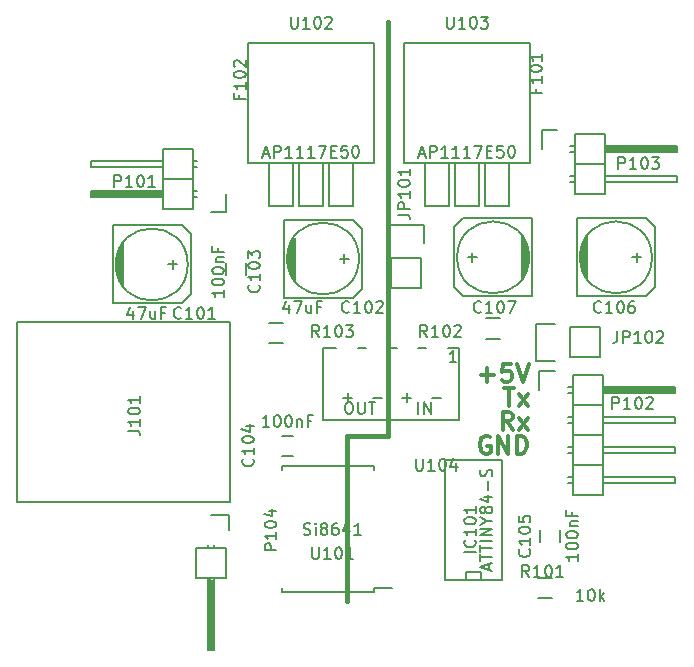
<source format=gto>
G04 #@! TF.FileFunction,Legend,Top*
%FSLAX46Y46*%
G04 Gerber Fmt 4.6, Leading zero omitted, Abs format (unit mm)*
G04 Created by KiCad (PCBNEW 4.0.0-stable) date 2015 December 06, Sunday 20:59:24*
%MOMM*%
G01*
G04 APERTURE LIST*
%ADD10C,0.100000*%
%ADD11C,0.300000*%
%ADD12C,0.400000*%
%ADD13C,0.150000*%
G04 APERTURE END LIST*
D10*
D11*
X161060000Y-114978571D02*
X160560000Y-114264286D01*
X160202857Y-114978571D02*
X160202857Y-113478571D01*
X160774285Y-113478571D01*
X160917143Y-113550000D01*
X160988571Y-113621429D01*
X161060000Y-113764286D01*
X161060000Y-113978571D01*
X160988571Y-114121429D01*
X160917143Y-114192857D01*
X160774285Y-114264286D01*
X160202857Y-114264286D01*
X161560000Y-114978571D02*
X162345714Y-113978571D01*
X161560000Y-113978571D02*
X162345714Y-114978571D01*
X160345714Y-111446571D02*
X161202857Y-111446571D01*
X160774286Y-112946571D02*
X160774286Y-111446571D01*
X161560000Y-112946571D02*
X162345714Y-111946571D01*
X161560000Y-111946571D02*
X162345714Y-112946571D01*
X159131428Y-115582000D02*
X158988571Y-115510571D01*
X158774285Y-115510571D01*
X158560000Y-115582000D01*
X158417142Y-115724857D01*
X158345714Y-115867714D01*
X158274285Y-116153429D01*
X158274285Y-116367714D01*
X158345714Y-116653429D01*
X158417142Y-116796286D01*
X158560000Y-116939143D01*
X158774285Y-117010571D01*
X158917142Y-117010571D01*
X159131428Y-116939143D01*
X159202857Y-116867714D01*
X159202857Y-116367714D01*
X158917142Y-116367714D01*
X159845714Y-117010571D02*
X159845714Y-115510571D01*
X160702857Y-117010571D01*
X160702857Y-115510571D01*
X161417143Y-117010571D02*
X161417143Y-115510571D01*
X161774286Y-115510571D01*
X161988571Y-115582000D01*
X162131429Y-115724857D01*
X162202857Y-115867714D01*
X162274286Y-116153429D01*
X162274286Y-116367714D01*
X162202857Y-116653429D01*
X162131429Y-116796286D01*
X161988571Y-116939143D01*
X161774286Y-117010571D01*
X161417143Y-117010571D01*
X158345715Y-110343143D02*
X159488572Y-110343143D01*
X158917143Y-110914571D02*
X158917143Y-109771714D01*
X160917144Y-109414571D02*
X160202858Y-109414571D01*
X160131429Y-110128857D01*
X160202858Y-110057429D01*
X160345715Y-109986000D01*
X160702858Y-109986000D01*
X160845715Y-110057429D01*
X160917144Y-110128857D01*
X160988572Y-110271714D01*
X160988572Y-110628857D01*
X160917144Y-110771714D01*
X160845715Y-110843143D01*
X160702858Y-110914571D01*
X160345715Y-110914571D01*
X160202858Y-110843143D01*
X160131429Y-110771714D01*
X161417143Y-109414571D02*
X161917143Y-110914571D01*
X162417143Y-109414571D01*
D12*
X147000000Y-115500000D02*
X147000000Y-129500000D01*
X150500000Y-115500000D02*
X147000000Y-115500000D01*
X150500000Y-80500000D02*
X150500000Y-115500000D01*
D13*
X138450000Y-101900000D02*
X138450000Y-100900000D01*
X136750000Y-100900000D02*
X136750000Y-101900000D01*
X141500000Y-117250000D02*
X142500000Y-117250000D01*
X142500000Y-115550000D02*
X141500000Y-115550000D01*
X163350000Y-123500000D02*
X163350000Y-124500000D01*
X165050000Y-124500000D02*
X165050000Y-123500000D01*
X155314000Y-117520000D02*
X160140000Y-117520000D01*
X160140000Y-117520000D02*
X160140000Y-127680000D01*
X160140000Y-127680000D02*
X155314000Y-127680000D01*
X155314000Y-127680000D02*
X155314000Y-117520000D01*
X157092000Y-127680000D02*
X157092000Y-127045000D01*
X157092000Y-127045000D02*
X158362000Y-127045000D01*
X158362000Y-127045000D02*
X158362000Y-127680000D01*
X119126000Y-105880000D02*
X119126000Y-121120000D01*
X119126000Y-121120000D02*
X137160000Y-121120000D01*
X137160000Y-121120000D02*
X137160000Y-105880000D01*
X137160000Y-105880000D02*
X119126000Y-105880000D01*
X153270000Y-100470000D02*
X153270000Y-103010000D01*
X153550000Y-97650000D02*
X153550000Y-99200000D01*
X153270000Y-100470000D02*
X150730000Y-100470000D01*
X150450000Y-99200000D02*
X150450000Y-97650000D01*
X150450000Y-97650000D02*
X153550000Y-97650000D01*
X150730000Y-100470000D02*
X150730000Y-103010000D01*
X150730000Y-103010000D02*
X153270000Y-103010000D01*
X165870000Y-106330000D02*
X168410000Y-106330000D01*
X163050000Y-106050000D02*
X164600000Y-106050000D01*
X165870000Y-106330000D02*
X165870000Y-108870000D01*
X164600000Y-109150000D02*
X163050000Y-109150000D01*
X163050000Y-109150000D02*
X163050000Y-106050000D01*
X165870000Y-108870000D02*
X168410000Y-108870000D01*
X168410000Y-108870000D02*
X168410000Y-106330000D01*
X136800000Y-96550000D02*
X136800000Y-95000000D01*
X135500000Y-96550000D02*
X136800000Y-96550000D01*
X131309000Y-95127000D02*
X125467000Y-95127000D01*
X125467000Y-95127000D02*
X125467000Y-94873000D01*
X125467000Y-94873000D02*
X131309000Y-94873000D01*
X131309000Y-94873000D02*
X131309000Y-95000000D01*
X131309000Y-95000000D02*
X125467000Y-95000000D01*
X133976000Y-95254000D02*
X134357000Y-95254000D01*
X133976000Y-94746000D02*
X134357000Y-94746000D01*
X133976000Y-92714000D02*
X134357000Y-92714000D01*
X133976000Y-92206000D02*
X134357000Y-92206000D01*
X133976000Y-96270000D02*
X131436000Y-96270000D01*
X133976000Y-93730000D02*
X131436000Y-93730000D01*
X133976000Y-93730000D02*
X133976000Y-91190000D01*
X133976000Y-91190000D02*
X131436000Y-91190000D01*
X131436000Y-92714000D02*
X125340000Y-92714000D01*
X125340000Y-92714000D02*
X125340000Y-92206000D01*
X125340000Y-92206000D02*
X131436000Y-92206000D01*
X131436000Y-91190000D02*
X131436000Y-93730000D01*
X131436000Y-93730000D02*
X131436000Y-96270000D01*
X125340000Y-94746000D02*
X131436000Y-94746000D01*
X125340000Y-95254000D02*
X125340000Y-94746000D01*
X131436000Y-95254000D02*
X125340000Y-95254000D01*
X133976000Y-93730000D02*
X131436000Y-93730000D01*
X133976000Y-96270000D02*
X133976000Y-93730000D01*
X163300000Y-110050000D02*
X163300000Y-111600000D01*
X164600000Y-110050000D02*
X163300000Y-110050000D01*
X168791000Y-111473000D02*
X174633000Y-111473000D01*
X174633000Y-111473000D02*
X174633000Y-111727000D01*
X174633000Y-111727000D02*
X168791000Y-111727000D01*
X168791000Y-111727000D02*
X168791000Y-111600000D01*
X168791000Y-111600000D02*
X174633000Y-111600000D01*
X166124000Y-111346000D02*
X165743000Y-111346000D01*
X166124000Y-111854000D02*
X165743000Y-111854000D01*
X166124000Y-113886000D02*
X165743000Y-113886000D01*
X166124000Y-114394000D02*
X165743000Y-114394000D01*
X166124000Y-116426000D02*
X165743000Y-116426000D01*
X166124000Y-116934000D02*
X165743000Y-116934000D01*
X166124000Y-119474000D02*
X165743000Y-119474000D01*
X166124000Y-118966000D02*
X165743000Y-118966000D01*
X166124000Y-110330000D02*
X168664000Y-110330000D01*
X166124000Y-112870000D02*
X168664000Y-112870000D01*
X166124000Y-112870000D02*
X166124000Y-115410000D01*
X166124000Y-115410000D02*
X168664000Y-115410000D01*
X168664000Y-113886000D02*
X174760000Y-113886000D01*
X174760000Y-113886000D02*
X174760000Y-114394000D01*
X174760000Y-114394000D02*
X168664000Y-114394000D01*
X168664000Y-115410000D02*
X168664000Y-112870000D01*
X168664000Y-112870000D02*
X168664000Y-110330000D01*
X174760000Y-111854000D02*
X168664000Y-111854000D01*
X174760000Y-111346000D02*
X174760000Y-111854000D01*
X168664000Y-111346000D02*
X174760000Y-111346000D01*
X166124000Y-112870000D02*
X168664000Y-112870000D01*
X166124000Y-110330000D02*
X166124000Y-112870000D01*
X166124000Y-117950000D02*
X168664000Y-117950000D01*
X166124000Y-117950000D02*
X166124000Y-120490000D01*
X166124000Y-120490000D02*
X168664000Y-120490000D01*
X168664000Y-118966000D02*
X174760000Y-118966000D01*
X174760000Y-118966000D02*
X174760000Y-119474000D01*
X174760000Y-119474000D02*
X168664000Y-119474000D01*
X168664000Y-120490000D02*
X168664000Y-117950000D01*
X168664000Y-117950000D02*
X168664000Y-115410000D01*
X174760000Y-116934000D02*
X168664000Y-116934000D01*
X174760000Y-116426000D02*
X174760000Y-116934000D01*
X168664000Y-116426000D02*
X174760000Y-116426000D01*
X166124000Y-117950000D02*
X168664000Y-117950000D01*
X166124000Y-115410000D02*
X166124000Y-117950000D01*
X166124000Y-115410000D02*
X168664000Y-115410000D01*
X163500000Y-89650000D02*
X163500000Y-91200000D01*
X164800000Y-89650000D02*
X163500000Y-89650000D01*
X168991000Y-91073000D02*
X174833000Y-91073000D01*
X174833000Y-91073000D02*
X174833000Y-91327000D01*
X174833000Y-91327000D02*
X168991000Y-91327000D01*
X168991000Y-91327000D02*
X168991000Y-91200000D01*
X168991000Y-91200000D02*
X174833000Y-91200000D01*
X166324000Y-90946000D02*
X165943000Y-90946000D01*
X166324000Y-91454000D02*
X165943000Y-91454000D01*
X166324000Y-93486000D02*
X165943000Y-93486000D01*
X166324000Y-93994000D02*
X165943000Y-93994000D01*
X166324000Y-89930000D02*
X168864000Y-89930000D01*
X166324000Y-92470000D02*
X168864000Y-92470000D01*
X166324000Y-92470000D02*
X166324000Y-95010000D01*
X166324000Y-95010000D02*
X168864000Y-95010000D01*
X168864000Y-93486000D02*
X174960000Y-93486000D01*
X174960000Y-93486000D02*
X174960000Y-93994000D01*
X174960000Y-93994000D02*
X168864000Y-93994000D01*
X168864000Y-95010000D02*
X168864000Y-92470000D01*
X168864000Y-92470000D02*
X168864000Y-89930000D01*
X174960000Y-91454000D02*
X168864000Y-91454000D01*
X174960000Y-90946000D02*
X174960000Y-91454000D01*
X168864000Y-90946000D02*
X174960000Y-90946000D01*
X166324000Y-92470000D02*
X168864000Y-92470000D01*
X166324000Y-89930000D02*
X166324000Y-92470000D01*
X137050000Y-122200000D02*
X135500000Y-122200000D01*
X137050000Y-123500000D02*
X137050000Y-122200000D01*
X135627000Y-127691000D02*
X135627000Y-133533000D01*
X135627000Y-133533000D02*
X135373000Y-133533000D01*
X135373000Y-133533000D02*
X135373000Y-127691000D01*
X135373000Y-127691000D02*
X135500000Y-127691000D01*
X135500000Y-127691000D02*
X135500000Y-133533000D01*
X135246000Y-125024000D02*
X135246000Y-124770000D01*
X135754000Y-125024000D02*
X135754000Y-124770000D01*
X136770000Y-125024000D02*
X136770000Y-127564000D01*
X136770000Y-125024000D02*
X134230000Y-125024000D01*
X134230000Y-125024000D02*
X134230000Y-127564000D01*
X135754000Y-127564000D02*
X135754000Y-133660000D01*
X135754000Y-133660000D02*
X135246000Y-133660000D01*
X135246000Y-133660000D02*
X135246000Y-127564000D01*
X134230000Y-127564000D02*
X136770000Y-127564000D01*
X164400000Y-129275000D02*
X163200000Y-129275000D01*
X163200000Y-127525000D02*
X164400000Y-127525000D01*
X149275000Y-128725000D02*
X149275000Y-128370000D01*
X141525000Y-128725000D02*
X141525000Y-128370000D01*
X141525000Y-118075000D02*
X141525000Y-118430000D01*
X149275000Y-118075000D02*
X149275000Y-118430000D01*
X149275000Y-128725000D02*
X141525000Y-128725000D01*
X149275000Y-118075000D02*
X141525000Y-118075000D01*
X149275000Y-128370000D02*
X150800000Y-128370000D01*
X145524000Y-92387000D02*
X145524000Y-96070000D01*
X145524000Y-96070000D02*
X147556000Y-96070000D01*
X147556000Y-96070000D02*
X147556000Y-92387000D01*
X142984000Y-92387000D02*
X142984000Y-96070000D01*
X142984000Y-96070000D02*
X145016000Y-96070000D01*
X145016000Y-96070000D02*
X145016000Y-92387000D01*
X140444000Y-92387000D02*
X140444000Y-96070000D01*
X140444000Y-96070000D02*
X142476000Y-96070000D01*
X142476000Y-96070000D02*
X142476000Y-92387000D01*
X138666000Y-92387000D02*
X149334000Y-92387000D01*
X149334000Y-92387000D02*
X149334000Y-82227000D01*
X149334000Y-82227000D02*
X138666000Y-82227000D01*
X138666000Y-82227000D02*
X138666000Y-92387000D01*
X158724000Y-92387000D02*
X158724000Y-96070000D01*
X158724000Y-96070000D02*
X160756000Y-96070000D01*
X160756000Y-96070000D02*
X160756000Y-92387000D01*
X156184000Y-92387000D02*
X156184000Y-96070000D01*
X156184000Y-96070000D02*
X158216000Y-96070000D01*
X158216000Y-96070000D02*
X158216000Y-92387000D01*
X153644000Y-92387000D02*
X153644000Y-96070000D01*
X153644000Y-96070000D02*
X155676000Y-96070000D01*
X155676000Y-96070000D02*
X155676000Y-92387000D01*
X151866000Y-92387000D02*
X162534000Y-92387000D01*
X162534000Y-92387000D02*
X162534000Y-82227000D01*
X162534000Y-82227000D02*
X151866000Y-82227000D01*
X151866000Y-82227000D02*
X151866000Y-92387000D01*
X155598220Y-108098200D02*
X156499920Y-108098200D01*
X152999800Y-108098200D02*
X153749100Y-108098200D01*
X150449640Y-108098200D02*
X151249740Y-108098200D01*
X147998540Y-108098200D02*
X148648780Y-108098200D01*
X144998800Y-108098200D02*
X146098620Y-108098200D01*
X144998800Y-108098200D02*
X144998800Y-114199280D01*
X144998800Y-114199280D02*
X156499920Y-114199280D01*
X156499920Y-114199280D02*
X156499920Y-108098200D01*
X127579000Y-100238000D02*
X127579000Y-101762000D01*
X127706000Y-102143000D02*
X127706000Y-99857000D01*
X127833000Y-99603000D02*
X127833000Y-102397000D01*
X127960000Y-102651000D02*
X127960000Y-99349000D01*
X128087000Y-99222000D02*
X128087000Y-102778000D01*
X127198000Y-97698000D02*
X127198000Y-104302000D01*
X127198000Y-104302000D02*
X133040000Y-104302000D01*
X133040000Y-104302000D02*
X133802000Y-103540000D01*
X133802000Y-103540000D02*
X133802000Y-98460000D01*
X133802000Y-98460000D02*
X133040000Y-97698000D01*
X133040000Y-97698000D02*
X127198000Y-97698000D01*
X132659000Y-101000000D02*
X131897000Y-101000000D01*
X132278000Y-100619000D02*
X132278000Y-101381000D01*
X133548000Y-101000000D02*
G75*
G03X133548000Y-101000000I-3048000J0D01*
G01*
X142079000Y-99738000D02*
X142079000Y-101262000D01*
X142206000Y-101643000D02*
X142206000Y-99357000D01*
X142333000Y-99103000D02*
X142333000Y-101897000D01*
X142460000Y-102151000D02*
X142460000Y-98849000D01*
X142587000Y-98722000D02*
X142587000Y-102278000D01*
X141698000Y-97198000D02*
X141698000Y-103802000D01*
X141698000Y-103802000D02*
X147540000Y-103802000D01*
X147540000Y-103802000D02*
X148302000Y-103040000D01*
X148302000Y-103040000D02*
X148302000Y-97960000D01*
X148302000Y-97960000D02*
X147540000Y-97198000D01*
X147540000Y-97198000D02*
X141698000Y-97198000D01*
X147159000Y-100500000D02*
X146397000Y-100500000D01*
X146778000Y-100119000D02*
X146778000Y-100881000D01*
X148048000Y-100500000D02*
G75*
G03X148048000Y-100500000I-3048000J0D01*
G01*
X166879000Y-99638000D02*
X166879000Y-101162000D01*
X167006000Y-101543000D02*
X167006000Y-99257000D01*
X167133000Y-99003000D02*
X167133000Y-101797000D01*
X167260000Y-102051000D02*
X167260000Y-98749000D01*
X167387000Y-98622000D02*
X167387000Y-102178000D01*
X166498000Y-97098000D02*
X166498000Y-103702000D01*
X166498000Y-103702000D02*
X172340000Y-103702000D01*
X172340000Y-103702000D02*
X173102000Y-102940000D01*
X173102000Y-102940000D02*
X173102000Y-97860000D01*
X173102000Y-97860000D02*
X172340000Y-97098000D01*
X172340000Y-97098000D02*
X166498000Y-97098000D01*
X171959000Y-100400000D02*
X171197000Y-100400000D01*
X171578000Y-100019000D02*
X171578000Y-100781000D01*
X172848000Y-100400000D02*
G75*
G03X172848000Y-100400000I-3048000J0D01*
G01*
X162321000Y-101162000D02*
X162321000Y-99638000D01*
X162194000Y-99257000D02*
X162194000Y-101543000D01*
X162067000Y-101797000D02*
X162067000Y-99003000D01*
X161940000Y-98749000D02*
X161940000Y-102051000D01*
X161813000Y-102178000D02*
X161813000Y-98622000D01*
X162702000Y-103702000D02*
X162702000Y-97098000D01*
X162702000Y-97098000D02*
X156860000Y-97098000D01*
X156860000Y-97098000D02*
X156098000Y-97860000D01*
X156098000Y-97860000D02*
X156098000Y-102940000D01*
X156098000Y-102940000D02*
X156860000Y-103702000D01*
X156860000Y-103702000D02*
X162702000Y-103702000D01*
X157241000Y-100400000D02*
X158003000Y-100400000D01*
X157622000Y-100781000D02*
X157622000Y-100019000D01*
X162448000Y-100400000D02*
G75*
G03X162448000Y-100400000I-3048000J0D01*
G01*
X160000000Y-107275000D02*
X158800000Y-107275000D01*
X158800000Y-105525000D02*
X160000000Y-105525000D01*
X141600000Y-107675000D02*
X140400000Y-107675000D01*
X140400000Y-105925000D02*
X141600000Y-105925000D01*
X139549143Y-102719047D02*
X139596762Y-102766666D01*
X139644381Y-102909523D01*
X139644381Y-103004761D01*
X139596762Y-103147619D01*
X139501524Y-103242857D01*
X139406286Y-103290476D01*
X139215810Y-103338095D01*
X139072952Y-103338095D01*
X138882476Y-103290476D01*
X138787238Y-103242857D01*
X138692000Y-103147619D01*
X138644381Y-103004761D01*
X138644381Y-102909523D01*
X138692000Y-102766666D01*
X138739619Y-102719047D01*
X139644381Y-101766666D02*
X139644381Y-102338095D01*
X139644381Y-102052381D02*
X138644381Y-102052381D01*
X138787238Y-102147619D01*
X138882476Y-102242857D01*
X138930095Y-102338095D01*
X138644381Y-101147619D02*
X138644381Y-101052380D01*
X138692000Y-100957142D01*
X138739619Y-100909523D01*
X138834857Y-100861904D01*
X139025333Y-100814285D01*
X139263429Y-100814285D01*
X139453905Y-100861904D01*
X139549143Y-100909523D01*
X139596762Y-100957142D01*
X139644381Y-101052380D01*
X139644381Y-101147619D01*
X139596762Y-101242857D01*
X139549143Y-101290476D01*
X139453905Y-101338095D01*
X139263429Y-101385714D01*
X139025333Y-101385714D01*
X138834857Y-101338095D01*
X138739619Y-101290476D01*
X138692000Y-101242857D01*
X138644381Y-101147619D01*
X138644381Y-100480952D02*
X138644381Y-99861904D01*
X139025333Y-100195238D01*
X139025333Y-100052380D01*
X139072952Y-99957142D01*
X139120571Y-99909523D01*
X139215810Y-99861904D01*
X139453905Y-99861904D01*
X139549143Y-99909523D01*
X139596762Y-99957142D01*
X139644381Y-100052380D01*
X139644381Y-100338095D01*
X139596762Y-100433333D01*
X139549143Y-100480952D01*
X136596381Y-103147619D02*
X136596381Y-103719048D01*
X136596381Y-103433334D02*
X135596381Y-103433334D01*
X135739238Y-103528572D01*
X135834476Y-103623810D01*
X135882095Y-103719048D01*
X135596381Y-102528572D02*
X135596381Y-102433333D01*
X135644000Y-102338095D01*
X135691619Y-102290476D01*
X135786857Y-102242857D01*
X135977333Y-102195238D01*
X136215429Y-102195238D01*
X136405905Y-102242857D01*
X136501143Y-102290476D01*
X136548762Y-102338095D01*
X136596381Y-102433333D01*
X136596381Y-102528572D01*
X136548762Y-102623810D01*
X136501143Y-102671429D01*
X136405905Y-102719048D01*
X136215429Y-102766667D01*
X135977333Y-102766667D01*
X135786857Y-102719048D01*
X135691619Y-102671429D01*
X135644000Y-102623810D01*
X135596381Y-102528572D01*
X135596381Y-101576191D02*
X135596381Y-101480952D01*
X135644000Y-101385714D01*
X135691619Y-101338095D01*
X135786857Y-101290476D01*
X135977333Y-101242857D01*
X136215429Y-101242857D01*
X136405905Y-101290476D01*
X136501143Y-101338095D01*
X136548762Y-101385714D01*
X136596381Y-101480952D01*
X136596381Y-101576191D01*
X136548762Y-101671429D01*
X136501143Y-101719048D01*
X136405905Y-101766667D01*
X136215429Y-101814286D01*
X135977333Y-101814286D01*
X135786857Y-101766667D01*
X135691619Y-101719048D01*
X135644000Y-101671429D01*
X135596381Y-101576191D01*
X135929714Y-100814286D02*
X136596381Y-100814286D01*
X136024952Y-100814286D02*
X135977333Y-100766667D01*
X135929714Y-100671429D01*
X135929714Y-100528571D01*
X135977333Y-100433333D01*
X136072571Y-100385714D01*
X136596381Y-100385714D01*
X136072571Y-99576190D02*
X136072571Y-99909524D01*
X136596381Y-99909524D02*
X135596381Y-99909524D01*
X135596381Y-99433333D01*
X139041143Y-117451047D02*
X139088762Y-117498666D01*
X139136381Y-117641523D01*
X139136381Y-117736761D01*
X139088762Y-117879619D01*
X138993524Y-117974857D01*
X138898286Y-118022476D01*
X138707810Y-118070095D01*
X138564952Y-118070095D01*
X138374476Y-118022476D01*
X138279238Y-117974857D01*
X138184000Y-117879619D01*
X138136381Y-117736761D01*
X138136381Y-117641523D01*
X138184000Y-117498666D01*
X138231619Y-117451047D01*
X139136381Y-116498666D02*
X139136381Y-117070095D01*
X139136381Y-116784381D02*
X138136381Y-116784381D01*
X138279238Y-116879619D01*
X138374476Y-116974857D01*
X138422095Y-117070095D01*
X138136381Y-115879619D02*
X138136381Y-115784380D01*
X138184000Y-115689142D01*
X138231619Y-115641523D01*
X138326857Y-115593904D01*
X138517333Y-115546285D01*
X138755429Y-115546285D01*
X138945905Y-115593904D01*
X139041143Y-115641523D01*
X139088762Y-115689142D01*
X139136381Y-115784380D01*
X139136381Y-115879619D01*
X139088762Y-115974857D01*
X139041143Y-116022476D01*
X138945905Y-116070095D01*
X138755429Y-116117714D01*
X138517333Y-116117714D01*
X138326857Y-116070095D01*
X138231619Y-116022476D01*
X138184000Y-115974857D01*
X138136381Y-115879619D01*
X138469714Y-114689142D02*
X139136381Y-114689142D01*
X138088762Y-114927238D02*
X138803048Y-115165333D01*
X138803048Y-114546285D01*
X140452381Y-114752381D02*
X139880952Y-114752381D01*
X140166666Y-114752381D02*
X140166666Y-113752381D01*
X140071428Y-113895238D01*
X139976190Y-113990476D01*
X139880952Y-114038095D01*
X141071428Y-113752381D02*
X141166667Y-113752381D01*
X141261905Y-113800000D01*
X141309524Y-113847619D01*
X141357143Y-113942857D01*
X141404762Y-114133333D01*
X141404762Y-114371429D01*
X141357143Y-114561905D01*
X141309524Y-114657143D01*
X141261905Y-114704762D01*
X141166667Y-114752381D01*
X141071428Y-114752381D01*
X140976190Y-114704762D01*
X140928571Y-114657143D01*
X140880952Y-114561905D01*
X140833333Y-114371429D01*
X140833333Y-114133333D01*
X140880952Y-113942857D01*
X140928571Y-113847619D01*
X140976190Y-113800000D01*
X141071428Y-113752381D01*
X142023809Y-113752381D02*
X142119048Y-113752381D01*
X142214286Y-113800000D01*
X142261905Y-113847619D01*
X142309524Y-113942857D01*
X142357143Y-114133333D01*
X142357143Y-114371429D01*
X142309524Y-114561905D01*
X142261905Y-114657143D01*
X142214286Y-114704762D01*
X142119048Y-114752381D01*
X142023809Y-114752381D01*
X141928571Y-114704762D01*
X141880952Y-114657143D01*
X141833333Y-114561905D01*
X141785714Y-114371429D01*
X141785714Y-114133333D01*
X141833333Y-113942857D01*
X141880952Y-113847619D01*
X141928571Y-113800000D01*
X142023809Y-113752381D01*
X142785714Y-114085714D02*
X142785714Y-114752381D01*
X142785714Y-114180952D02*
X142833333Y-114133333D01*
X142928571Y-114085714D01*
X143071429Y-114085714D01*
X143166667Y-114133333D01*
X143214286Y-114228571D01*
X143214286Y-114752381D01*
X144023810Y-114228571D02*
X143690476Y-114228571D01*
X143690476Y-114752381D02*
X143690476Y-113752381D01*
X144166667Y-113752381D01*
X162457143Y-125119047D02*
X162504762Y-125166666D01*
X162552381Y-125309523D01*
X162552381Y-125404761D01*
X162504762Y-125547619D01*
X162409524Y-125642857D01*
X162314286Y-125690476D01*
X162123810Y-125738095D01*
X161980952Y-125738095D01*
X161790476Y-125690476D01*
X161695238Y-125642857D01*
X161600000Y-125547619D01*
X161552381Y-125404761D01*
X161552381Y-125309523D01*
X161600000Y-125166666D01*
X161647619Y-125119047D01*
X162552381Y-124166666D02*
X162552381Y-124738095D01*
X162552381Y-124452381D02*
X161552381Y-124452381D01*
X161695238Y-124547619D01*
X161790476Y-124642857D01*
X161838095Y-124738095D01*
X161552381Y-123547619D02*
X161552381Y-123452380D01*
X161600000Y-123357142D01*
X161647619Y-123309523D01*
X161742857Y-123261904D01*
X161933333Y-123214285D01*
X162171429Y-123214285D01*
X162361905Y-123261904D01*
X162457143Y-123309523D01*
X162504762Y-123357142D01*
X162552381Y-123452380D01*
X162552381Y-123547619D01*
X162504762Y-123642857D01*
X162457143Y-123690476D01*
X162361905Y-123738095D01*
X162171429Y-123785714D01*
X161933333Y-123785714D01*
X161742857Y-123738095D01*
X161647619Y-123690476D01*
X161600000Y-123642857D01*
X161552381Y-123547619D01*
X161552381Y-122309523D02*
X161552381Y-122785714D01*
X162028571Y-122833333D01*
X161980952Y-122785714D01*
X161933333Y-122690476D01*
X161933333Y-122452380D01*
X161980952Y-122357142D01*
X162028571Y-122309523D01*
X162123810Y-122261904D01*
X162361905Y-122261904D01*
X162457143Y-122309523D01*
X162504762Y-122357142D01*
X162552381Y-122452380D01*
X162552381Y-122690476D01*
X162504762Y-122785714D01*
X162457143Y-122833333D01*
X166568381Y-125499619D02*
X166568381Y-126071048D01*
X166568381Y-125785334D02*
X165568381Y-125785334D01*
X165711238Y-125880572D01*
X165806476Y-125975810D01*
X165854095Y-126071048D01*
X165568381Y-124880572D02*
X165568381Y-124785333D01*
X165616000Y-124690095D01*
X165663619Y-124642476D01*
X165758857Y-124594857D01*
X165949333Y-124547238D01*
X166187429Y-124547238D01*
X166377905Y-124594857D01*
X166473143Y-124642476D01*
X166520762Y-124690095D01*
X166568381Y-124785333D01*
X166568381Y-124880572D01*
X166520762Y-124975810D01*
X166473143Y-125023429D01*
X166377905Y-125071048D01*
X166187429Y-125118667D01*
X165949333Y-125118667D01*
X165758857Y-125071048D01*
X165663619Y-125023429D01*
X165616000Y-124975810D01*
X165568381Y-124880572D01*
X165568381Y-123928191D02*
X165568381Y-123832952D01*
X165616000Y-123737714D01*
X165663619Y-123690095D01*
X165758857Y-123642476D01*
X165949333Y-123594857D01*
X166187429Y-123594857D01*
X166377905Y-123642476D01*
X166473143Y-123690095D01*
X166520762Y-123737714D01*
X166568381Y-123832952D01*
X166568381Y-123928191D01*
X166520762Y-124023429D01*
X166473143Y-124071048D01*
X166377905Y-124118667D01*
X166187429Y-124166286D01*
X165949333Y-124166286D01*
X165758857Y-124118667D01*
X165663619Y-124071048D01*
X165616000Y-124023429D01*
X165568381Y-123928191D01*
X165901714Y-123166286D02*
X166568381Y-123166286D01*
X165996952Y-123166286D02*
X165949333Y-123118667D01*
X165901714Y-123023429D01*
X165901714Y-122880571D01*
X165949333Y-122785333D01*
X166044571Y-122737714D01*
X166568381Y-122737714D01*
X166044571Y-121928190D02*
X166044571Y-122261524D01*
X166568381Y-122261524D02*
X165568381Y-122261524D01*
X165568381Y-121785333D01*
X157932381Y-125372571D02*
X156932381Y-125372571D01*
X157837143Y-124324952D02*
X157884762Y-124372571D01*
X157932381Y-124515428D01*
X157932381Y-124610666D01*
X157884762Y-124753524D01*
X157789524Y-124848762D01*
X157694286Y-124896381D01*
X157503810Y-124944000D01*
X157360952Y-124944000D01*
X157170476Y-124896381D01*
X157075238Y-124848762D01*
X156980000Y-124753524D01*
X156932381Y-124610666D01*
X156932381Y-124515428D01*
X156980000Y-124372571D01*
X157027619Y-124324952D01*
X157932381Y-123372571D02*
X157932381Y-123944000D01*
X157932381Y-123658286D02*
X156932381Y-123658286D01*
X157075238Y-123753524D01*
X157170476Y-123848762D01*
X157218095Y-123944000D01*
X156932381Y-122753524D02*
X156932381Y-122658285D01*
X156980000Y-122563047D01*
X157027619Y-122515428D01*
X157122857Y-122467809D01*
X157313333Y-122420190D01*
X157551429Y-122420190D01*
X157741905Y-122467809D01*
X157837143Y-122515428D01*
X157884762Y-122563047D01*
X157932381Y-122658285D01*
X157932381Y-122753524D01*
X157884762Y-122848762D01*
X157837143Y-122896381D01*
X157741905Y-122944000D01*
X157551429Y-122991619D01*
X157313333Y-122991619D01*
X157122857Y-122944000D01*
X157027619Y-122896381D01*
X156980000Y-122848762D01*
X156932381Y-122753524D01*
X157932381Y-121467809D02*
X157932381Y-122039238D01*
X157932381Y-121753524D02*
X156932381Y-121753524D01*
X157075238Y-121848762D01*
X157170476Y-121944000D01*
X157218095Y-122039238D01*
X159036667Y-126838095D02*
X159036667Y-126361904D01*
X159322381Y-126933333D02*
X158322381Y-126600000D01*
X159322381Y-126266666D01*
X158322381Y-126076190D02*
X158322381Y-125504761D01*
X159322381Y-125790476D02*
X158322381Y-125790476D01*
X158322381Y-125314285D02*
X158322381Y-124742856D01*
X159322381Y-125028571D02*
X158322381Y-125028571D01*
X159322381Y-124409523D02*
X158322381Y-124409523D01*
X159322381Y-123933333D02*
X158322381Y-123933333D01*
X159322381Y-123361904D01*
X158322381Y-123361904D01*
X158846190Y-122695238D02*
X159322381Y-122695238D01*
X158322381Y-123028571D02*
X158846190Y-122695238D01*
X158322381Y-122361904D01*
X158750952Y-121885714D02*
X158703333Y-121980952D01*
X158655714Y-122028571D01*
X158560476Y-122076190D01*
X158512857Y-122076190D01*
X158417619Y-122028571D01*
X158370000Y-121980952D01*
X158322381Y-121885714D01*
X158322381Y-121695237D01*
X158370000Y-121599999D01*
X158417619Y-121552380D01*
X158512857Y-121504761D01*
X158560476Y-121504761D01*
X158655714Y-121552380D01*
X158703333Y-121599999D01*
X158750952Y-121695237D01*
X158750952Y-121885714D01*
X158798571Y-121980952D01*
X158846190Y-122028571D01*
X158941429Y-122076190D01*
X159131905Y-122076190D01*
X159227143Y-122028571D01*
X159274762Y-121980952D01*
X159322381Y-121885714D01*
X159322381Y-121695237D01*
X159274762Y-121599999D01*
X159227143Y-121552380D01*
X159131905Y-121504761D01*
X158941429Y-121504761D01*
X158846190Y-121552380D01*
X158798571Y-121599999D01*
X158750952Y-121695237D01*
X158655714Y-120647618D02*
X159322381Y-120647618D01*
X158274762Y-120885714D02*
X158989048Y-121123809D01*
X158989048Y-120504761D01*
X158941429Y-120123809D02*
X158941429Y-119361904D01*
X159274762Y-118933333D02*
X159322381Y-118790476D01*
X159322381Y-118552380D01*
X159274762Y-118457142D01*
X159227143Y-118409523D01*
X159131905Y-118361904D01*
X159036667Y-118361904D01*
X158941429Y-118409523D01*
X158893810Y-118457142D01*
X158846190Y-118552380D01*
X158798571Y-118742857D01*
X158750952Y-118838095D01*
X158703333Y-118885714D01*
X158608095Y-118933333D01*
X158512857Y-118933333D01*
X158417619Y-118885714D01*
X158370000Y-118838095D01*
X158322381Y-118742857D01*
X158322381Y-118504761D01*
X158370000Y-118361904D01*
X128484381Y-115077714D02*
X129198667Y-115077714D01*
X129341524Y-115125334D01*
X129436762Y-115220572D01*
X129484381Y-115363429D01*
X129484381Y-115458667D01*
X129484381Y-114077714D02*
X129484381Y-114649143D01*
X129484381Y-114363429D02*
X128484381Y-114363429D01*
X128627238Y-114458667D01*
X128722476Y-114553905D01*
X128770095Y-114649143D01*
X128484381Y-113458667D02*
X128484381Y-113363428D01*
X128532000Y-113268190D01*
X128579619Y-113220571D01*
X128674857Y-113172952D01*
X128865333Y-113125333D01*
X129103429Y-113125333D01*
X129293905Y-113172952D01*
X129389143Y-113220571D01*
X129436762Y-113268190D01*
X129484381Y-113363428D01*
X129484381Y-113458667D01*
X129436762Y-113553905D01*
X129389143Y-113601524D01*
X129293905Y-113649143D01*
X129103429Y-113696762D01*
X128865333Y-113696762D01*
X128674857Y-113649143D01*
X128579619Y-113601524D01*
X128532000Y-113553905D01*
X128484381Y-113458667D01*
X129484381Y-112172952D02*
X129484381Y-112744381D01*
X129484381Y-112458667D02*
X128484381Y-112458667D01*
X128627238Y-112553905D01*
X128722476Y-112649143D01*
X128770095Y-112744381D01*
X151344381Y-96781714D02*
X152058667Y-96781714D01*
X152201524Y-96829334D01*
X152296762Y-96924572D01*
X152344381Y-97067429D01*
X152344381Y-97162667D01*
X152344381Y-96305524D02*
X151344381Y-96305524D01*
X151344381Y-95924571D01*
X151392000Y-95829333D01*
X151439619Y-95781714D01*
X151534857Y-95734095D01*
X151677714Y-95734095D01*
X151772952Y-95781714D01*
X151820571Y-95829333D01*
X151868190Y-95924571D01*
X151868190Y-96305524D01*
X152344381Y-94781714D02*
X152344381Y-95353143D01*
X152344381Y-95067429D02*
X151344381Y-95067429D01*
X151487238Y-95162667D01*
X151582476Y-95257905D01*
X151630095Y-95353143D01*
X151344381Y-94162667D02*
X151344381Y-94067428D01*
X151392000Y-93972190D01*
X151439619Y-93924571D01*
X151534857Y-93876952D01*
X151725333Y-93829333D01*
X151963429Y-93829333D01*
X152153905Y-93876952D01*
X152249143Y-93924571D01*
X152296762Y-93972190D01*
X152344381Y-94067428D01*
X152344381Y-94162667D01*
X152296762Y-94257905D01*
X152249143Y-94305524D01*
X152153905Y-94353143D01*
X151963429Y-94400762D01*
X151725333Y-94400762D01*
X151534857Y-94353143D01*
X151439619Y-94305524D01*
X151392000Y-94257905D01*
X151344381Y-94162667D01*
X152344381Y-92876952D02*
X152344381Y-93448381D01*
X152344381Y-93162667D02*
X151344381Y-93162667D01*
X151487238Y-93257905D01*
X151582476Y-93353143D01*
X151630095Y-93448381D01*
X169918286Y-106640381D02*
X169918286Y-107354667D01*
X169870666Y-107497524D01*
X169775428Y-107592762D01*
X169632571Y-107640381D01*
X169537333Y-107640381D01*
X170394476Y-107640381D02*
X170394476Y-106640381D01*
X170775429Y-106640381D01*
X170870667Y-106688000D01*
X170918286Y-106735619D01*
X170965905Y-106830857D01*
X170965905Y-106973714D01*
X170918286Y-107068952D01*
X170870667Y-107116571D01*
X170775429Y-107164190D01*
X170394476Y-107164190D01*
X171918286Y-107640381D02*
X171346857Y-107640381D01*
X171632571Y-107640381D02*
X171632571Y-106640381D01*
X171537333Y-106783238D01*
X171442095Y-106878476D01*
X171346857Y-106926095D01*
X172537333Y-106640381D02*
X172632572Y-106640381D01*
X172727810Y-106688000D01*
X172775429Y-106735619D01*
X172823048Y-106830857D01*
X172870667Y-107021333D01*
X172870667Y-107259429D01*
X172823048Y-107449905D01*
X172775429Y-107545143D01*
X172727810Y-107592762D01*
X172632572Y-107640381D01*
X172537333Y-107640381D01*
X172442095Y-107592762D01*
X172394476Y-107545143D01*
X172346857Y-107449905D01*
X172299238Y-107259429D01*
X172299238Y-107021333D01*
X172346857Y-106830857D01*
X172394476Y-106735619D01*
X172442095Y-106688000D01*
X172537333Y-106640381D01*
X173251619Y-106735619D02*
X173299238Y-106688000D01*
X173394476Y-106640381D01*
X173632572Y-106640381D01*
X173727810Y-106688000D01*
X173775429Y-106735619D01*
X173823048Y-106830857D01*
X173823048Y-106926095D01*
X173775429Y-107068952D01*
X173204000Y-107640381D01*
X173823048Y-107640381D01*
X127341524Y-94432381D02*
X127341524Y-93432381D01*
X127722477Y-93432381D01*
X127817715Y-93480000D01*
X127865334Y-93527619D01*
X127912953Y-93622857D01*
X127912953Y-93765714D01*
X127865334Y-93860952D01*
X127817715Y-93908571D01*
X127722477Y-93956190D01*
X127341524Y-93956190D01*
X128865334Y-94432381D02*
X128293905Y-94432381D01*
X128579619Y-94432381D02*
X128579619Y-93432381D01*
X128484381Y-93575238D01*
X128389143Y-93670476D01*
X128293905Y-93718095D01*
X129484381Y-93432381D02*
X129579620Y-93432381D01*
X129674858Y-93480000D01*
X129722477Y-93527619D01*
X129770096Y-93622857D01*
X129817715Y-93813333D01*
X129817715Y-94051429D01*
X129770096Y-94241905D01*
X129722477Y-94337143D01*
X129674858Y-94384762D01*
X129579620Y-94432381D01*
X129484381Y-94432381D01*
X129389143Y-94384762D01*
X129341524Y-94337143D01*
X129293905Y-94241905D01*
X129246286Y-94051429D01*
X129246286Y-93813333D01*
X129293905Y-93622857D01*
X129341524Y-93527619D01*
X129389143Y-93480000D01*
X129484381Y-93432381D01*
X130770096Y-94432381D02*
X130198667Y-94432381D01*
X130484381Y-94432381D02*
X130484381Y-93432381D01*
X130389143Y-93575238D01*
X130293905Y-93670476D01*
X130198667Y-93718095D01*
X169505524Y-113228381D02*
X169505524Y-112228381D01*
X169886477Y-112228381D01*
X169981715Y-112276000D01*
X170029334Y-112323619D01*
X170076953Y-112418857D01*
X170076953Y-112561714D01*
X170029334Y-112656952D01*
X169981715Y-112704571D01*
X169886477Y-112752190D01*
X169505524Y-112752190D01*
X171029334Y-113228381D02*
X170457905Y-113228381D01*
X170743619Y-113228381D02*
X170743619Y-112228381D01*
X170648381Y-112371238D01*
X170553143Y-112466476D01*
X170457905Y-112514095D01*
X171648381Y-112228381D02*
X171743620Y-112228381D01*
X171838858Y-112276000D01*
X171886477Y-112323619D01*
X171934096Y-112418857D01*
X171981715Y-112609333D01*
X171981715Y-112847429D01*
X171934096Y-113037905D01*
X171886477Y-113133143D01*
X171838858Y-113180762D01*
X171743620Y-113228381D01*
X171648381Y-113228381D01*
X171553143Y-113180762D01*
X171505524Y-113133143D01*
X171457905Y-113037905D01*
X171410286Y-112847429D01*
X171410286Y-112609333D01*
X171457905Y-112418857D01*
X171505524Y-112323619D01*
X171553143Y-112276000D01*
X171648381Y-112228381D01*
X172362667Y-112323619D02*
X172410286Y-112276000D01*
X172505524Y-112228381D01*
X172743620Y-112228381D01*
X172838858Y-112276000D01*
X172886477Y-112323619D01*
X172934096Y-112418857D01*
X172934096Y-112514095D01*
X172886477Y-112656952D01*
X172315048Y-113228381D01*
X172934096Y-113228381D01*
X170013524Y-92908381D02*
X170013524Y-91908381D01*
X170394477Y-91908381D01*
X170489715Y-91956000D01*
X170537334Y-92003619D01*
X170584953Y-92098857D01*
X170584953Y-92241714D01*
X170537334Y-92336952D01*
X170489715Y-92384571D01*
X170394477Y-92432190D01*
X170013524Y-92432190D01*
X171537334Y-92908381D02*
X170965905Y-92908381D01*
X171251619Y-92908381D02*
X171251619Y-91908381D01*
X171156381Y-92051238D01*
X171061143Y-92146476D01*
X170965905Y-92194095D01*
X172156381Y-91908381D02*
X172251620Y-91908381D01*
X172346858Y-91956000D01*
X172394477Y-92003619D01*
X172442096Y-92098857D01*
X172489715Y-92289333D01*
X172489715Y-92527429D01*
X172442096Y-92717905D01*
X172394477Y-92813143D01*
X172346858Y-92860762D01*
X172251620Y-92908381D01*
X172156381Y-92908381D01*
X172061143Y-92860762D01*
X172013524Y-92813143D01*
X171965905Y-92717905D01*
X171918286Y-92527429D01*
X171918286Y-92289333D01*
X171965905Y-92098857D01*
X172013524Y-92003619D01*
X172061143Y-91956000D01*
X172156381Y-91908381D01*
X172823048Y-91908381D02*
X173442096Y-91908381D01*
X173108762Y-92289333D01*
X173251620Y-92289333D01*
X173346858Y-92336952D01*
X173394477Y-92384571D01*
X173442096Y-92479810D01*
X173442096Y-92717905D01*
X173394477Y-92813143D01*
X173346858Y-92860762D01*
X173251620Y-92908381D01*
X172965905Y-92908381D01*
X172870667Y-92860762D01*
X172823048Y-92813143D01*
X141052381Y-125190476D02*
X140052381Y-125190476D01*
X140052381Y-124809523D01*
X140100000Y-124714285D01*
X140147619Y-124666666D01*
X140242857Y-124619047D01*
X140385714Y-124619047D01*
X140480952Y-124666666D01*
X140528571Y-124714285D01*
X140576190Y-124809523D01*
X140576190Y-125190476D01*
X141052381Y-123666666D02*
X141052381Y-124238095D01*
X141052381Y-123952381D02*
X140052381Y-123952381D01*
X140195238Y-124047619D01*
X140290476Y-124142857D01*
X140338095Y-124238095D01*
X140052381Y-123047619D02*
X140052381Y-122952380D01*
X140100000Y-122857142D01*
X140147619Y-122809523D01*
X140242857Y-122761904D01*
X140433333Y-122714285D01*
X140671429Y-122714285D01*
X140861905Y-122761904D01*
X140957143Y-122809523D01*
X141004762Y-122857142D01*
X141052381Y-122952380D01*
X141052381Y-123047619D01*
X141004762Y-123142857D01*
X140957143Y-123190476D01*
X140861905Y-123238095D01*
X140671429Y-123285714D01*
X140433333Y-123285714D01*
X140242857Y-123238095D01*
X140147619Y-123190476D01*
X140100000Y-123142857D01*
X140052381Y-123047619D01*
X140385714Y-121857142D02*
X141052381Y-121857142D01*
X140004762Y-122095238D02*
X140719048Y-122333333D01*
X140719048Y-121714285D01*
X162456953Y-127452381D02*
X162123619Y-126976190D01*
X161885524Y-127452381D02*
X161885524Y-126452381D01*
X162266477Y-126452381D01*
X162361715Y-126500000D01*
X162409334Y-126547619D01*
X162456953Y-126642857D01*
X162456953Y-126785714D01*
X162409334Y-126880952D01*
X162361715Y-126928571D01*
X162266477Y-126976190D01*
X161885524Y-126976190D01*
X163409334Y-127452381D02*
X162837905Y-127452381D01*
X163123619Y-127452381D02*
X163123619Y-126452381D01*
X163028381Y-126595238D01*
X162933143Y-126690476D01*
X162837905Y-126738095D01*
X164028381Y-126452381D02*
X164123620Y-126452381D01*
X164218858Y-126500000D01*
X164266477Y-126547619D01*
X164314096Y-126642857D01*
X164361715Y-126833333D01*
X164361715Y-127071429D01*
X164314096Y-127261905D01*
X164266477Y-127357143D01*
X164218858Y-127404762D01*
X164123620Y-127452381D01*
X164028381Y-127452381D01*
X163933143Y-127404762D01*
X163885524Y-127357143D01*
X163837905Y-127261905D01*
X163790286Y-127071429D01*
X163790286Y-126833333D01*
X163837905Y-126642857D01*
X163885524Y-126547619D01*
X163933143Y-126500000D01*
X164028381Y-126452381D01*
X165314096Y-127452381D02*
X164742667Y-127452381D01*
X165028381Y-127452381D02*
X165028381Y-126452381D01*
X164933143Y-126595238D01*
X164837905Y-126690476D01*
X164742667Y-126738095D01*
X167044762Y-129484381D02*
X166473333Y-129484381D01*
X166759047Y-129484381D02*
X166759047Y-128484381D01*
X166663809Y-128627238D01*
X166568571Y-128722476D01*
X166473333Y-128770095D01*
X167663809Y-128484381D02*
X167759048Y-128484381D01*
X167854286Y-128532000D01*
X167901905Y-128579619D01*
X167949524Y-128674857D01*
X167997143Y-128865333D01*
X167997143Y-129103429D01*
X167949524Y-129293905D01*
X167901905Y-129389143D01*
X167854286Y-129436762D01*
X167759048Y-129484381D01*
X167663809Y-129484381D01*
X167568571Y-129436762D01*
X167520952Y-129389143D01*
X167473333Y-129293905D01*
X167425714Y-129103429D01*
X167425714Y-128865333D01*
X167473333Y-128674857D01*
X167520952Y-128579619D01*
X167568571Y-128532000D01*
X167663809Y-128484381D01*
X168425714Y-129484381D02*
X168425714Y-128484381D01*
X168520952Y-129103429D02*
X168806667Y-129484381D01*
X168806667Y-128817714D02*
X168425714Y-129198667D01*
X144081714Y-124928381D02*
X144081714Y-125737905D01*
X144129333Y-125833143D01*
X144176952Y-125880762D01*
X144272190Y-125928381D01*
X144462667Y-125928381D01*
X144557905Y-125880762D01*
X144605524Y-125833143D01*
X144653143Y-125737905D01*
X144653143Y-124928381D01*
X145653143Y-125928381D02*
X145081714Y-125928381D01*
X145367428Y-125928381D02*
X145367428Y-124928381D01*
X145272190Y-125071238D01*
X145176952Y-125166476D01*
X145081714Y-125214095D01*
X146272190Y-124928381D02*
X146367429Y-124928381D01*
X146462667Y-124976000D01*
X146510286Y-125023619D01*
X146557905Y-125118857D01*
X146605524Y-125309333D01*
X146605524Y-125547429D01*
X146557905Y-125737905D01*
X146510286Y-125833143D01*
X146462667Y-125880762D01*
X146367429Y-125928381D01*
X146272190Y-125928381D01*
X146176952Y-125880762D01*
X146129333Y-125833143D01*
X146081714Y-125737905D01*
X146034095Y-125547429D01*
X146034095Y-125309333D01*
X146081714Y-125118857D01*
X146129333Y-125023619D01*
X146176952Y-124976000D01*
X146272190Y-124928381D01*
X147557905Y-125928381D02*
X146986476Y-125928381D01*
X147272190Y-125928381D02*
X147272190Y-124928381D01*
X147176952Y-125071238D01*
X147081714Y-125166476D01*
X146986476Y-125214095D01*
X143367429Y-123848762D02*
X143510286Y-123896381D01*
X143748382Y-123896381D01*
X143843620Y-123848762D01*
X143891239Y-123801143D01*
X143938858Y-123705905D01*
X143938858Y-123610667D01*
X143891239Y-123515429D01*
X143843620Y-123467810D01*
X143748382Y-123420190D01*
X143557905Y-123372571D01*
X143462667Y-123324952D01*
X143415048Y-123277333D01*
X143367429Y-123182095D01*
X143367429Y-123086857D01*
X143415048Y-122991619D01*
X143462667Y-122944000D01*
X143557905Y-122896381D01*
X143796001Y-122896381D01*
X143938858Y-122944000D01*
X144367429Y-123896381D02*
X144367429Y-123229714D01*
X144367429Y-122896381D02*
X144319810Y-122944000D01*
X144367429Y-122991619D01*
X144415048Y-122944000D01*
X144367429Y-122896381D01*
X144367429Y-122991619D01*
X144986476Y-123324952D02*
X144891238Y-123277333D01*
X144843619Y-123229714D01*
X144796000Y-123134476D01*
X144796000Y-123086857D01*
X144843619Y-122991619D01*
X144891238Y-122944000D01*
X144986476Y-122896381D01*
X145176953Y-122896381D01*
X145272191Y-122944000D01*
X145319810Y-122991619D01*
X145367429Y-123086857D01*
X145367429Y-123134476D01*
X145319810Y-123229714D01*
X145272191Y-123277333D01*
X145176953Y-123324952D01*
X144986476Y-123324952D01*
X144891238Y-123372571D01*
X144843619Y-123420190D01*
X144796000Y-123515429D01*
X144796000Y-123705905D01*
X144843619Y-123801143D01*
X144891238Y-123848762D01*
X144986476Y-123896381D01*
X145176953Y-123896381D01*
X145272191Y-123848762D01*
X145319810Y-123801143D01*
X145367429Y-123705905D01*
X145367429Y-123515429D01*
X145319810Y-123420190D01*
X145272191Y-123372571D01*
X145176953Y-123324952D01*
X146224572Y-122896381D02*
X146034095Y-122896381D01*
X145938857Y-122944000D01*
X145891238Y-122991619D01*
X145796000Y-123134476D01*
X145748381Y-123324952D01*
X145748381Y-123705905D01*
X145796000Y-123801143D01*
X145843619Y-123848762D01*
X145938857Y-123896381D01*
X146129334Y-123896381D01*
X146224572Y-123848762D01*
X146272191Y-123801143D01*
X146319810Y-123705905D01*
X146319810Y-123467810D01*
X146272191Y-123372571D01*
X146224572Y-123324952D01*
X146129334Y-123277333D01*
X145938857Y-123277333D01*
X145843619Y-123324952D01*
X145796000Y-123372571D01*
X145748381Y-123467810D01*
X147176953Y-123229714D02*
X147176953Y-123896381D01*
X146938857Y-122848762D02*
X146700762Y-123563048D01*
X147319810Y-123563048D01*
X148224572Y-123896381D02*
X147653143Y-123896381D01*
X147938857Y-123896381D02*
X147938857Y-122896381D01*
X147843619Y-123039238D01*
X147748381Y-123134476D01*
X147653143Y-123182095D01*
X142285714Y-80028381D02*
X142285714Y-80837905D01*
X142333333Y-80933143D01*
X142380952Y-80980762D01*
X142476190Y-81028381D01*
X142666667Y-81028381D01*
X142761905Y-80980762D01*
X142809524Y-80933143D01*
X142857143Y-80837905D01*
X142857143Y-80028381D01*
X143857143Y-81028381D02*
X143285714Y-81028381D01*
X143571428Y-81028381D02*
X143571428Y-80028381D01*
X143476190Y-80171238D01*
X143380952Y-80266476D01*
X143285714Y-80314095D01*
X144476190Y-80028381D02*
X144571429Y-80028381D01*
X144666667Y-80076000D01*
X144714286Y-80123619D01*
X144761905Y-80218857D01*
X144809524Y-80409333D01*
X144809524Y-80647429D01*
X144761905Y-80837905D01*
X144714286Y-80933143D01*
X144666667Y-80980762D01*
X144571429Y-81028381D01*
X144476190Y-81028381D01*
X144380952Y-80980762D01*
X144333333Y-80933143D01*
X144285714Y-80837905D01*
X144238095Y-80647429D01*
X144238095Y-80409333D01*
X144285714Y-80218857D01*
X144333333Y-80123619D01*
X144380952Y-80076000D01*
X144476190Y-80028381D01*
X145190476Y-80123619D02*
X145238095Y-80076000D01*
X145333333Y-80028381D01*
X145571429Y-80028381D01*
X145666667Y-80076000D01*
X145714286Y-80123619D01*
X145761905Y-80218857D01*
X145761905Y-80314095D01*
X145714286Y-80456952D01*
X145142857Y-81028381D01*
X145761905Y-81028381D01*
X139952381Y-91664667D02*
X140428572Y-91664667D01*
X139857143Y-91950381D02*
X140190476Y-90950381D01*
X140523810Y-91950381D01*
X140857143Y-91950381D02*
X140857143Y-90950381D01*
X141238096Y-90950381D01*
X141333334Y-90998000D01*
X141380953Y-91045619D01*
X141428572Y-91140857D01*
X141428572Y-91283714D01*
X141380953Y-91378952D01*
X141333334Y-91426571D01*
X141238096Y-91474190D01*
X140857143Y-91474190D01*
X142380953Y-91950381D02*
X141809524Y-91950381D01*
X142095238Y-91950381D02*
X142095238Y-90950381D01*
X142000000Y-91093238D01*
X141904762Y-91188476D01*
X141809524Y-91236095D01*
X143333334Y-91950381D02*
X142761905Y-91950381D01*
X143047619Y-91950381D02*
X143047619Y-90950381D01*
X142952381Y-91093238D01*
X142857143Y-91188476D01*
X142761905Y-91236095D01*
X144285715Y-91950381D02*
X143714286Y-91950381D01*
X144000000Y-91950381D02*
X144000000Y-90950381D01*
X143904762Y-91093238D01*
X143809524Y-91188476D01*
X143714286Y-91236095D01*
X144619048Y-90950381D02*
X145285715Y-90950381D01*
X144857143Y-91950381D01*
X145666667Y-91426571D02*
X146000001Y-91426571D01*
X146142858Y-91950381D02*
X145666667Y-91950381D01*
X145666667Y-90950381D01*
X146142858Y-90950381D01*
X147047620Y-90950381D02*
X146571429Y-90950381D01*
X146523810Y-91426571D01*
X146571429Y-91378952D01*
X146666667Y-91331333D01*
X146904763Y-91331333D01*
X147000001Y-91378952D01*
X147047620Y-91426571D01*
X147095239Y-91521810D01*
X147095239Y-91759905D01*
X147047620Y-91855143D01*
X147000001Y-91902762D01*
X146904763Y-91950381D01*
X146666667Y-91950381D01*
X146571429Y-91902762D01*
X146523810Y-91855143D01*
X147714286Y-90950381D02*
X147809525Y-90950381D01*
X147904763Y-90998000D01*
X147952382Y-91045619D01*
X148000001Y-91140857D01*
X148047620Y-91331333D01*
X148047620Y-91569429D01*
X148000001Y-91759905D01*
X147952382Y-91855143D01*
X147904763Y-91902762D01*
X147809525Y-91950381D01*
X147714286Y-91950381D01*
X147619048Y-91902762D01*
X147571429Y-91855143D01*
X147523810Y-91759905D01*
X147476191Y-91569429D01*
X147476191Y-91331333D01*
X147523810Y-91140857D01*
X147571429Y-91045619D01*
X147619048Y-90998000D01*
X147714286Y-90950381D01*
X155485714Y-80028381D02*
X155485714Y-80837905D01*
X155533333Y-80933143D01*
X155580952Y-80980762D01*
X155676190Y-81028381D01*
X155866667Y-81028381D01*
X155961905Y-80980762D01*
X156009524Y-80933143D01*
X156057143Y-80837905D01*
X156057143Y-80028381D01*
X157057143Y-81028381D02*
X156485714Y-81028381D01*
X156771428Y-81028381D02*
X156771428Y-80028381D01*
X156676190Y-80171238D01*
X156580952Y-80266476D01*
X156485714Y-80314095D01*
X157676190Y-80028381D02*
X157771429Y-80028381D01*
X157866667Y-80076000D01*
X157914286Y-80123619D01*
X157961905Y-80218857D01*
X158009524Y-80409333D01*
X158009524Y-80647429D01*
X157961905Y-80837905D01*
X157914286Y-80933143D01*
X157866667Y-80980762D01*
X157771429Y-81028381D01*
X157676190Y-81028381D01*
X157580952Y-80980762D01*
X157533333Y-80933143D01*
X157485714Y-80837905D01*
X157438095Y-80647429D01*
X157438095Y-80409333D01*
X157485714Y-80218857D01*
X157533333Y-80123619D01*
X157580952Y-80076000D01*
X157676190Y-80028381D01*
X158342857Y-80028381D02*
X158961905Y-80028381D01*
X158628571Y-80409333D01*
X158771429Y-80409333D01*
X158866667Y-80456952D01*
X158914286Y-80504571D01*
X158961905Y-80599810D01*
X158961905Y-80837905D01*
X158914286Y-80933143D01*
X158866667Y-80980762D01*
X158771429Y-81028381D01*
X158485714Y-81028381D01*
X158390476Y-80980762D01*
X158342857Y-80933143D01*
X153152381Y-91664667D02*
X153628572Y-91664667D01*
X153057143Y-91950381D02*
X153390476Y-90950381D01*
X153723810Y-91950381D01*
X154057143Y-91950381D02*
X154057143Y-90950381D01*
X154438096Y-90950381D01*
X154533334Y-90998000D01*
X154580953Y-91045619D01*
X154628572Y-91140857D01*
X154628572Y-91283714D01*
X154580953Y-91378952D01*
X154533334Y-91426571D01*
X154438096Y-91474190D01*
X154057143Y-91474190D01*
X155580953Y-91950381D02*
X155009524Y-91950381D01*
X155295238Y-91950381D02*
X155295238Y-90950381D01*
X155200000Y-91093238D01*
X155104762Y-91188476D01*
X155009524Y-91236095D01*
X156533334Y-91950381D02*
X155961905Y-91950381D01*
X156247619Y-91950381D02*
X156247619Y-90950381D01*
X156152381Y-91093238D01*
X156057143Y-91188476D01*
X155961905Y-91236095D01*
X157485715Y-91950381D02*
X156914286Y-91950381D01*
X157200000Y-91950381D02*
X157200000Y-90950381D01*
X157104762Y-91093238D01*
X157009524Y-91188476D01*
X156914286Y-91236095D01*
X157819048Y-90950381D02*
X158485715Y-90950381D01*
X158057143Y-91950381D01*
X158866667Y-91426571D02*
X159200001Y-91426571D01*
X159342858Y-91950381D02*
X158866667Y-91950381D01*
X158866667Y-90950381D01*
X159342858Y-90950381D01*
X160247620Y-90950381D02*
X159771429Y-90950381D01*
X159723810Y-91426571D01*
X159771429Y-91378952D01*
X159866667Y-91331333D01*
X160104763Y-91331333D01*
X160200001Y-91378952D01*
X160247620Y-91426571D01*
X160295239Y-91521810D01*
X160295239Y-91759905D01*
X160247620Y-91855143D01*
X160200001Y-91902762D01*
X160104763Y-91950381D01*
X159866667Y-91950381D01*
X159771429Y-91902762D01*
X159723810Y-91855143D01*
X160914286Y-90950381D02*
X161009525Y-90950381D01*
X161104763Y-90998000D01*
X161152382Y-91045619D01*
X161200001Y-91140857D01*
X161247620Y-91331333D01*
X161247620Y-91569429D01*
X161200001Y-91759905D01*
X161152382Y-91855143D01*
X161104763Y-91902762D01*
X161009525Y-91950381D01*
X160914286Y-91950381D01*
X160819048Y-91902762D01*
X160771429Y-91855143D01*
X160723810Y-91759905D01*
X160676191Y-91569429D01*
X160676191Y-91331333D01*
X160723810Y-91140857D01*
X160771429Y-91045619D01*
X160819048Y-90998000D01*
X160914286Y-90950381D01*
X152885714Y-117452381D02*
X152885714Y-118261905D01*
X152933333Y-118357143D01*
X152980952Y-118404762D01*
X153076190Y-118452381D01*
X153266667Y-118452381D01*
X153361905Y-118404762D01*
X153409524Y-118357143D01*
X153457143Y-118261905D01*
X153457143Y-117452381D01*
X154457143Y-118452381D02*
X153885714Y-118452381D01*
X154171428Y-118452381D02*
X154171428Y-117452381D01*
X154076190Y-117595238D01*
X153980952Y-117690476D01*
X153885714Y-117738095D01*
X155076190Y-117452381D02*
X155171429Y-117452381D01*
X155266667Y-117500000D01*
X155314286Y-117547619D01*
X155361905Y-117642857D01*
X155409524Y-117833333D01*
X155409524Y-118071429D01*
X155361905Y-118261905D01*
X155314286Y-118357143D01*
X155266667Y-118404762D01*
X155171429Y-118452381D01*
X155076190Y-118452381D01*
X154980952Y-118404762D01*
X154933333Y-118357143D01*
X154885714Y-118261905D01*
X154838095Y-118071429D01*
X154838095Y-117833333D01*
X154885714Y-117642857D01*
X154933333Y-117547619D01*
X154980952Y-117500000D01*
X155076190Y-117452381D01*
X156266667Y-117785714D02*
X156266667Y-118452381D01*
X156028571Y-117404762D02*
X155790476Y-118119048D01*
X156409524Y-118119048D01*
X156285715Y-109252381D02*
X155714286Y-109252381D01*
X156000000Y-109252381D02*
X156000000Y-108252381D01*
X155904762Y-108395238D01*
X155809524Y-108490476D01*
X155714286Y-108538095D01*
X147100640Y-112651361D02*
X147291117Y-112651361D01*
X147386355Y-112698980D01*
X147481593Y-112794218D01*
X147529212Y-112984694D01*
X147529212Y-113318028D01*
X147481593Y-113508504D01*
X147386355Y-113603742D01*
X147291117Y-113651361D01*
X147100640Y-113651361D01*
X147005402Y-113603742D01*
X146910164Y-113508504D01*
X146862545Y-113318028D01*
X146862545Y-112984694D01*
X146910164Y-112794218D01*
X147005402Y-112698980D01*
X147100640Y-112651361D01*
X147957783Y-112651361D02*
X147957783Y-113460885D01*
X148005402Y-113556123D01*
X148053021Y-113603742D01*
X148148259Y-113651361D01*
X148338736Y-113651361D01*
X148433974Y-113603742D01*
X148481593Y-113556123D01*
X148529212Y-113460885D01*
X148529212Y-112651361D01*
X148862545Y-112651361D02*
X149433974Y-112651361D01*
X149148259Y-113651361D02*
X149148259Y-112651361D01*
X153075931Y-113651361D02*
X153075931Y-112651361D01*
X153552121Y-113651361D02*
X153552121Y-112651361D01*
X154123550Y-113651361D01*
X154123550Y-112651361D01*
X146718928Y-112272189D02*
X147480833Y-112272189D01*
X147099881Y-112653141D02*
X147099881Y-111891236D01*
X151720188Y-112272189D02*
X152482093Y-112272189D01*
X152101141Y-112653141D02*
X152101141Y-111891236D01*
X149218288Y-112272189D02*
X149980193Y-112272189D01*
X154219548Y-112272189D02*
X154981453Y-112272189D01*
X132992953Y-105513143D02*
X132945334Y-105560762D01*
X132802477Y-105608381D01*
X132707239Y-105608381D01*
X132564381Y-105560762D01*
X132469143Y-105465524D01*
X132421524Y-105370286D01*
X132373905Y-105179810D01*
X132373905Y-105036952D01*
X132421524Y-104846476D01*
X132469143Y-104751238D01*
X132564381Y-104656000D01*
X132707239Y-104608381D01*
X132802477Y-104608381D01*
X132945334Y-104656000D01*
X132992953Y-104703619D01*
X133945334Y-105608381D02*
X133373905Y-105608381D01*
X133659619Y-105608381D02*
X133659619Y-104608381D01*
X133564381Y-104751238D01*
X133469143Y-104846476D01*
X133373905Y-104894095D01*
X134564381Y-104608381D02*
X134659620Y-104608381D01*
X134754858Y-104656000D01*
X134802477Y-104703619D01*
X134850096Y-104798857D01*
X134897715Y-104989333D01*
X134897715Y-105227429D01*
X134850096Y-105417905D01*
X134802477Y-105513143D01*
X134754858Y-105560762D01*
X134659620Y-105608381D01*
X134564381Y-105608381D01*
X134469143Y-105560762D01*
X134421524Y-105513143D01*
X134373905Y-105417905D01*
X134326286Y-105227429D01*
X134326286Y-104989333D01*
X134373905Y-104798857D01*
X134421524Y-104703619D01*
X134469143Y-104656000D01*
X134564381Y-104608381D01*
X135850096Y-105608381D02*
X135278667Y-105608381D01*
X135564381Y-105608381D02*
X135564381Y-104608381D01*
X135469143Y-104751238D01*
X135373905Y-104846476D01*
X135278667Y-104894095D01*
X128881334Y-104941714D02*
X128881334Y-105608381D01*
X128643238Y-104560762D02*
X128405143Y-105275048D01*
X129024191Y-105275048D01*
X129309905Y-104608381D02*
X129976572Y-104608381D01*
X129548000Y-105608381D01*
X130786096Y-104941714D02*
X130786096Y-105608381D01*
X130357524Y-104941714D02*
X130357524Y-105465524D01*
X130405143Y-105560762D01*
X130500381Y-105608381D01*
X130643239Y-105608381D01*
X130738477Y-105560762D01*
X130786096Y-105513143D01*
X131595620Y-105084571D02*
X131262286Y-105084571D01*
X131262286Y-105608381D02*
X131262286Y-104608381D01*
X131738477Y-104608381D01*
X147216953Y-105005143D02*
X147169334Y-105052762D01*
X147026477Y-105100381D01*
X146931239Y-105100381D01*
X146788381Y-105052762D01*
X146693143Y-104957524D01*
X146645524Y-104862286D01*
X146597905Y-104671810D01*
X146597905Y-104528952D01*
X146645524Y-104338476D01*
X146693143Y-104243238D01*
X146788381Y-104148000D01*
X146931239Y-104100381D01*
X147026477Y-104100381D01*
X147169334Y-104148000D01*
X147216953Y-104195619D01*
X148169334Y-105100381D02*
X147597905Y-105100381D01*
X147883619Y-105100381D02*
X147883619Y-104100381D01*
X147788381Y-104243238D01*
X147693143Y-104338476D01*
X147597905Y-104386095D01*
X148788381Y-104100381D02*
X148883620Y-104100381D01*
X148978858Y-104148000D01*
X149026477Y-104195619D01*
X149074096Y-104290857D01*
X149121715Y-104481333D01*
X149121715Y-104719429D01*
X149074096Y-104909905D01*
X149026477Y-105005143D01*
X148978858Y-105052762D01*
X148883620Y-105100381D01*
X148788381Y-105100381D01*
X148693143Y-105052762D01*
X148645524Y-105005143D01*
X148597905Y-104909905D01*
X148550286Y-104719429D01*
X148550286Y-104481333D01*
X148597905Y-104290857D01*
X148645524Y-104195619D01*
X148693143Y-104148000D01*
X148788381Y-104100381D01*
X149502667Y-104195619D02*
X149550286Y-104148000D01*
X149645524Y-104100381D01*
X149883620Y-104100381D01*
X149978858Y-104148000D01*
X150026477Y-104195619D01*
X150074096Y-104290857D01*
X150074096Y-104386095D01*
X150026477Y-104528952D01*
X149455048Y-105100381D01*
X150074096Y-105100381D01*
X142089334Y-104433714D02*
X142089334Y-105100381D01*
X141851238Y-104052762D02*
X141613143Y-104767048D01*
X142232191Y-104767048D01*
X142517905Y-104100381D02*
X143184572Y-104100381D01*
X142756000Y-105100381D01*
X143994096Y-104433714D02*
X143994096Y-105100381D01*
X143565524Y-104433714D02*
X143565524Y-104957524D01*
X143613143Y-105052762D01*
X143708381Y-105100381D01*
X143851239Y-105100381D01*
X143946477Y-105052762D01*
X143994096Y-105005143D01*
X144803620Y-104576571D02*
X144470286Y-104576571D01*
X144470286Y-105100381D02*
X144470286Y-104100381D01*
X144946477Y-104100381D01*
X168552953Y-105005143D02*
X168505334Y-105052762D01*
X168362477Y-105100381D01*
X168267239Y-105100381D01*
X168124381Y-105052762D01*
X168029143Y-104957524D01*
X167981524Y-104862286D01*
X167933905Y-104671810D01*
X167933905Y-104528952D01*
X167981524Y-104338476D01*
X168029143Y-104243238D01*
X168124381Y-104148000D01*
X168267239Y-104100381D01*
X168362477Y-104100381D01*
X168505334Y-104148000D01*
X168552953Y-104195619D01*
X169505334Y-105100381D02*
X168933905Y-105100381D01*
X169219619Y-105100381D02*
X169219619Y-104100381D01*
X169124381Y-104243238D01*
X169029143Y-104338476D01*
X168933905Y-104386095D01*
X170124381Y-104100381D02*
X170219620Y-104100381D01*
X170314858Y-104148000D01*
X170362477Y-104195619D01*
X170410096Y-104290857D01*
X170457715Y-104481333D01*
X170457715Y-104719429D01*
X170410096Y-104909905D01*
X170362477Y-105005143D01*
X170314858Y-105052762D01*
X170219620Y-105100381D01*
X170124381Y-105100381D01*
X170029143Y-105052762D01*
X169981524Y-105005143D01*
X169933905Y-104909905D01*
X169886286Y-104719429D01*
X169886286Y-104481333D01*
X169933905Y-104290857D01*
X169981524Y-104195619D01*
X170029143Y-104148000D01*
X170124381Y-104100381D01*
X171314858Y-104100381D02*
X171124381Y-104100381D01*
X171029143Y-104148000D01*
X170981524Y-104195619D01*
X170886286Y-104338476D01*
X170838667Y-104528952D01*
X170838667Y-104909905D01*
X170886286Y-105005143D01*
X170933905Y-105052762D01*
X171029143Y-105100381D01*
X171219620Y-105100381D01*
X171314858Y-105052762D01*
X171362477Y-105005143D01*
X171410096Y-104909905D01*
X171410096Y-104671810D01*
X171362477Y-104576571D01*
X171314858Y-104528952D01*
X171219620Y-104481333D01*
X171029143Y-104481333D01*
X170933905Y-104528952D01*
X170886286Y-104576571D01*
X170838667Y-104671810D01*
X158392953Y-105005143D02*
X158345334Y-105052762D01*
X158202477Y-105100381D01*
X158107239Y-105100381D01*
X157964381Y-105052762D01*
X157869143Y-104957524D01*
X157821524Y-104862286D01*
X157773905Y-104671810D01*
X157773905Y-104528952D01*
X157821524Y-104338476D01*
X157869143Y-104243238D01*
X157964381Y-104148000D01*
X158107239Y-104100381D01*
X158202477Y-104100381D01*
X158345334Y-104148000D01*
X158392953Y-104195619D01*
X159345334Y-105100381D02*
X158773905Y-105100381D01*
X159059619Y-105100381D02*
X159059619Y-104100381D01*
X158964381Y-104243238D01*
X158869143Y-104338476D01*
X158773905Y-104386095D01*
X159964381Y-104100381D02*
X160059620Y-104100381D01*
X160154858Y-104148000D01*
X160202477Y-104195619D01*
X160250096Y-104290857D01*
X160297715Y-104481333D01*
X160297715Y-104719429D01*
X160250096Y-104909905D01*
X160202477Y-105005143D01*
X160154858Y-105052762D01*
X160059620Y-105100381D01*
X159964381Y-105100381D01*
X159869143Y-105052762D01*
X159821524Y-105005143D01*
X159773905Y-104909905D01*
X159726286Y-104719429D01*
X159726286Y-104481333D01*
X159773905Y-104290857D01*
X159821524Y-104195619D01*
X159869143Y-104148000D01*
X159964381Y-104100381D01*
X160631048Y-104100381D02*
X161297715Y-104100381D01*
X160869143Y-105100381D01*
X162996571Y-86121714D02*
X162996571Y-86455048D01*
X163520381Y-86455048D02*
X162520381Y-86455048D01*
X162520381Y-85978857D01*
X163520381Y-85074095D02*
X163520381Y-85645524D01*
X163520381Y-85359810D02*
X162520381Y-85359810D01*
X162663238Y-85455048D01*
X162758476Y-85550286D01*
X162806095Y-85645524D01*
X162520381Y-84455048D02*
X162520381Y-84359809D01*
X162568000Y-84264571D01*
X162615619Y-84216952D01*
X162710857Y-84169333D01*
X162901333Y-84121714D01*
X163139429Y-84121714D01*
X163329905Y-84169333D01*
X163425143Y-84216952D01*
X163472762Y-84264571D01*
X163520381Y-84359809D01*
X163520381Y-84455048D01*
X163472762Y-84550286D01*
X163425143Y-84597905D01*
X163329905Y-84645524D01*
X163139429Y-84693143D01*
X162901333Y-84693143D01*
X162710857Y-84645524D01*
X162615619Y-84597905D01*
X162568000Y-84550286D01*
X162520381Y-84455048D01*
X163520381Y-83169333D02*
X163520381Y-83740762D01*
X163520381Y-83455048D02*
X162520381Y-83455048D01*
X162663238Y-83550286D01*
X162758476Y-83645524D01*
X162806095Y-83740762D01*
X137928211Y-86634914D02*
X137928211Y-86968248D01*
X138452021Y-86968248D02*
X137452021Y-86968248D01*
X137452021Y-86492057D01*
X138452021Y-85587295D02*
X138452021Y-86158724D01*
X138452021Y-85873010D02*
X137452021Y-85873010D01*
X137594878Y-85968248D01*
X137690116Y-86063486D01*
X137737735Y-86158724D01*
X137452021Y-84968248D02*
X137452021Y-84873009D01*
X137499640Y-84777771D01*
X137547259Y-84730152D01*
X137642497Y-84682533D01*
X137832973Y-84634914D01*
X138071069Y-84634914D01*
X138261545Y-84682533D01*
X138356783Y-84730152D01*
X138404402Y-84777771D01*
X138452021Y-84873009D01*
X138452021Y-84968248D01*
X138404402Y-85063486D01*
X138356783Y-85111105D01*
X138261545Y-85158724D01*
X138071069Y-85206343D01*
X137832973Y-85206343D01*
X137642497Y-85158724D01*
X137547259Y-85111105D01*
X137499640Y-85063486D01*
X137452021Y-84968248D01*
X137547259Y-84253962D02*
X137499640Y-84206343D01*
X137452021Y-84111105D01*
X137452021Y-83873009D01*
X137499640Y-83777771D01*
X137547259Y-83730152D01*
X137642497Y-83682533D01*
X137737735Y-83682533D01*
X137880592Y-83730152D01*
X138452021Y-84301581D01*
X138452021Y-83682533D01*
X153820953Y-107132381D02*
X153487619Y-106656190D01*
X153249524Y-107132381D02*
X153249524Y-106132381D01*
X153630477Y-106132381D01*
X153725715Y-106180000D01*
X153773334Y-106227619D01*
X153820953Y-106322857D01*
X153820953Y-106465714D01*
X153773334Y-106560952D01*
X153725715Y-106608571D01*
X153630477Y-106656190D01*
X153249524Y-106656190D01*
X154773334Y-107132381D02*
X154201905Y-107132381D01*
X154487619Y-107132381D02*
X154487619Y-106132381D01*
X154392381Y-106275238D01*
X154297143Y-106370476D01*
X154201905Y-106418095D01*
X155392381Y-106132381D02*
X155487620Y-106132381D01*
X155582858Y-106180000D01*
X155630477Y-106227619D01*
X155678096Y-106322857D01*
X155725715Y-106513333D01*
X155725715Y-106751429D01*
X155678096Y-106941905D01*
X155630477Y-107037143D01*
X155582858Y-107084762D01*
X155487620Y-107132381D01*
X155392381Y-107132381D01*
X155297143Y-107084762D01*
X155249524Y-107037143D01*
X155201905Y-106941905D01*
X155154286Y-106751429D01*
X155154286Y-106513333D01*
X155201905Y-106322857D01*
X155249524Y-106227619D01*
X155297143Y-106180000D01*
X155392381Y-106132381D01*
X156106667Y-106227619D02*
X156154286Y-106180000D01*
X156249524Y-106132381D01*
X156487620Y-106132381D01*
X156582858Y-106180000D01*
X156630477Y-106227619D01*
X156678096Y-106322857D01*
X156678096Y-106418095D01*
X156630477Y-106560952D01*
X156059048Y-107132381D01*
X156678096Y-107132381D01*
X144676953Y-107132381D02*
X144343619Y-106656190D01*
X144105524Y-107132381D02*
X144105524Y-106132381D01*
X144486477Y-106132381D01*
X144581715Y-106180000D01*
X144629334Y-106227619D01*
X144676953Y-106322857D01*
X144676953Y-106465714D01*
X144629334Y-106560952D01*
X144581715Y-106608571D01*
X144486477Y-106656190D01*
X144105524Y-106656190D01*
X145629334Y-107132381D02*
X145057905Y-107132381D01*
X145343619Y-107132381D02*
X145343619Y-106132381D01*
X145248381Y-106275238D01*
X145153143Y-106370476D01*
X145057905Y-106418095D01*
X146248381Y-106132381D02*
X146343620Y-106132381D01*
X146438858Y-106180000D01*
X146486477Y-106227619D01*
X146534096Y-106322857D01*
X146581715Y-106513333D01*
X146581715Y-106751429D01*
X146534096Y-106941905D01*
X146486477Y-107037143D01*
X146438858Y-107084762D01*
X146343620Y-107132381D01*
X146248381Y-107132381D01*
X146153143Y-107084762D01*
X146105524Y-107037143D01*
X146057905Y-106941905D01*
X146010286Y-106751429D01*
X146010286Y-106513333D01*
X146057905Y-106322857D01*
X146105524Y-106227619D01*
X146153143Y-106180000D01*
X146248381Y-106132381D01*
X146915048Y-106132381D02*
X147534096Y-106132381D01*
X147200762Y-106513333D01*
X147343620Y-106513333D01*
X147438858Y-106560952D01*
X147486477Y-106608571D01*
X147534096Y-106703810D01*
X147534096Y-106941905D01*
X147486477Y-107037143D01*
X147438858Y-107084762D01*
X147343620Y-107132381D01*
X147057905Y-107132381D01*
X146962667Y-107084762D01*
X146915048Y-107037143D01*
M02*

</source>
